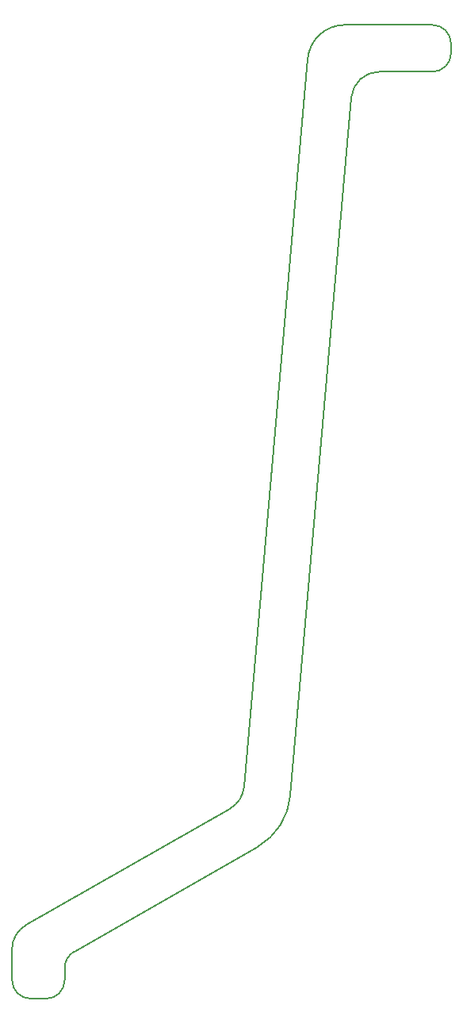
<source format=gm1>
%TF.GenerationSoftware,KiCad,Pcbnew,(6.0.4-0)*%
%TF.CreationDate,2022-03-28T19:53:30+01:00*%
%TF.ProjectId,DecimalPlace,44656369-6d61-46c5-906c-6163652e6b69,rev?*%
%TF.SameCoordinates,Original*%
%TF.FileFunction,Profile,NP*%
%FSLAX46Y46*%
G04 Gerber Fmt 4.6, Leading zero omitted, Abs format (unit mm)*
G04 Created by KiCad (PCBNEW (6.0.4-0)) date 2022-03-28 19:53:30*
%MOMM*%
%LPD*%
G01*
G04 APERTURE LIST*
%TA.AperFunction,Profile*%
%ADD10C,0.200000*%
%TD*%
G04 APERTURE END LIST*
D10*
X201661230Y-54412630D02*
G75*
G03*
X203661230Y-52412554I-30J2000030D01*
G01*
X156764754Y-151279446D02*
G75*
G03*
X158764771Y-153279446I2000046J46D01*
G01*
X158279619Y-145416335D02*
X180048885Y-133012916D01*
X182979612Y-137097762D02*
G75*
G03*
X186487605Y-131625773I-3465412J6082062D01*
G01*
X160404771Y-153279471D02*
G75*
G03*
X162404771Y-151279446I29J1999971D01*
G01*
X158279618Y-145416333D02*
G75*
G03*
X156764771Y-148022927I1485282J-2606667D01*
G01*
X180048885Y-133012915D02*
G75*
G03*
X181552318Y-130667791I-1485185J2606615D01*
G01*
X182979595Y-137097732D02*
X163414670Y-148245190D01*
X181552318Y-130667791D02*
X188341776Y-53063931D01*
X201661230Y-54412554D02*
X195991879Y-54412554D01*
X162404771Y-149982918D02*
X162404771Y-151279446D01*
X163414655Y-148245163D02*
G75*
G03*
X162404771Y-149982918I990145J-1737737D01*
G01*
X156764771Y-151279446D02*
X156764771Y-148022927D01*
X193003295Y-57151087D02*
X186487605Y-131625773D01*
X195991879Y-54412575D02*
G75*
G03*
X193003295Y-57151087I21J-3000025D01*
G01*
X192326555Y-49412551D02*
G75*
G03*
X188341776Y-53063931I45J-4000049D01*
G01*
X160404771Y-153279446D02*
X158764771Y-153279446D01*
X203661230Y-51412554D02*
X203661230Y-52412554D01*
X203661246Y-51412554D02*
G75*
G03*
X201661230Y-49412554I-2000046J-46D01*
G01*
X192326555Y-49412554D02*
X201661230Y-49412554D01*
M02*

</source>
